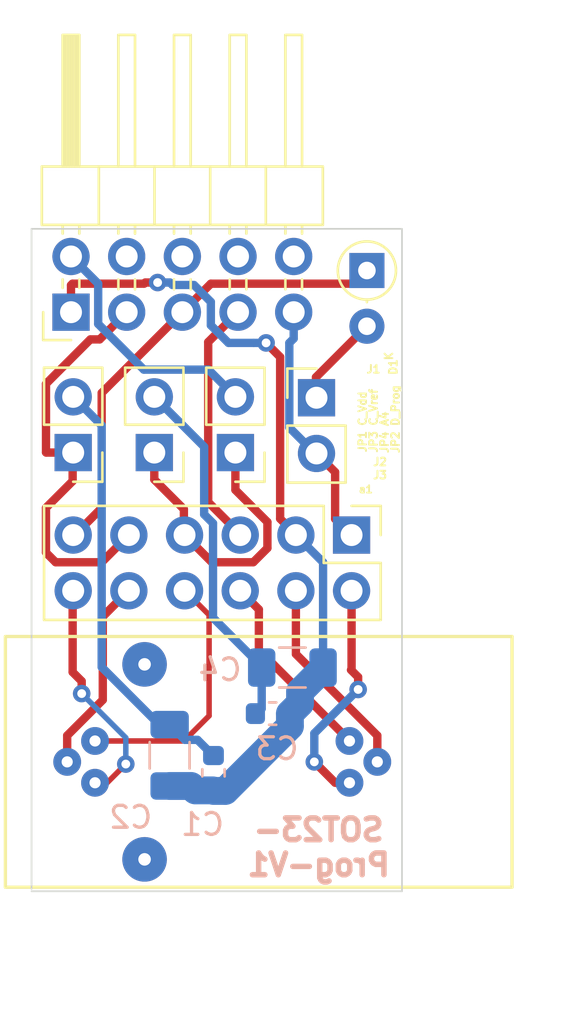
<source format=kicad_pcb>
(kicad_pcb (version 20221018) (generator pcbnew)
  (layers (0 "F.Cu" signal) (31 "B.Cu" signal) (34 "B.Paste" user) (35 "F.Paste" user) (36 "B.SilkS" user "B.Silkscreen") (37 "F.SilkS" user "F.Silkscreen") (38 "B.Mask" user) (39 "F.Mask" user) (44 "Edge.Cuts" user))
  (net 0 "")
  (net 1 "Net-(J1-Pad9)")
  (net 2 "Net-(J2-Padb1)")
  (net 3 "Net-(C1-Pad2)")
  (net 4 "Net-(J2-Padb2)")
  (net 5 "Net-(J1-Pad7)")
  (net 6 "Net-(J2-Padb3)")
  (net 7 "Net-(J2-Pada4)")
  (net 8 "Net-(J2-Padb4)")
  (net 9 "Net-(J1-Pad3)")
  (net 10 "Net-(J2-Padb5)")
  (net 11 "Net-(J2-Padb6)")
  (net 12 "Net-(D1-Pad2)")
  (net 13 "Net-(D1-Pad1)")
  (net 14 "Net-(J1-Pad2)")
  (net 15 "Net-(J1-Pad4)")
  (net 16 "Net-(J1-Pad6)")
  (net 17 "Net-(J1-Pad8)")
  (net 18 "Net-(J1-Pad10)")
  (net 19 "Net-(C1-Pad1)")
  (net 20 "Net-(C3-Pad1)")
  (footprint "Connector_PinHeader_2.54mm:PinHeader_1x02_P2.54mm_Vertical" (layer "F.Cu") (at 124.4 83.3 180)
    (fp_text reference "JP1 C_Vdd" (at -13.2 1.4 270) (layer "F.SilkS") (effects (font (size 0.348 0.348) (thickness 0.087))))
    (fp_text value "VDD_Cap")
    (fp_line (start -1.33 -1.33) (end 0 -1.33) (stroke (width 0.12)) (layer "F.SilkS"))
    (fp_line (start -1.33 0) (end -1.33 -1.33) (stroke (width 0.12)) (layer "F.SilkS"))
    (fp_line (start -1.33 1.27) (end -1.33 3.87) (stroke (width 0.12)) (layer "F.SilkS"))
    (fp_line (start -1.33 1.27) (end 1.33 1.27) (stroke (width 0.12)) (layer "F.SilkS"))
    (fp_line (start -1.33 3.87) (end 1.33 3.87) (stroke (width 0.12)) (layer "F.SilkS"))
    (fp_line (start 1.33 1.27) (end 1.33 3.87) (stroke (width 0.12)) (layer "F.SilkS"))
    (pad "1" thru_hole rect (at 0 0 180) (size 1.7 1.7) (drill 1) (layers "*.Cu" "*.Mask") (net 9 "Net-(J1-Pad3)"))
    (pad "2" thru_hole oval (at 0 2.54 180) (size 1.7 1.7) (drill 1) (layers "*.Cu" "*.Mask") (net 19 "Net-(C1-Pad1)"))
  )
  (footprint "Connector_PinHeader_2.54mm:PinHeader_1x02_P2.54mm_Vertical" (layer "F.Cu") (at 131.8 83.3 180)
    (fp_text reference "JP4 A4" (at -6.8 0.925 270) (layer "F.SilkS") (effects (font (size 0.354 0.354) (thickness 0.0885))))
    (fp_text value "Conn_a4")
    (fp_line (start -1.33 -1.33) (end 0 -1.33) (stroke (width 0.12)) (layer "F.SilkS"))
    (fp_line (start -1.33 0) (end -1.33 -1.33) (stroke (width 0.12)) (layer "F.SilkS"))
    (fp_line (start -1.33 1.27) (end -1.33 3.87) (stroke (width 0.12)) (layer "F.SilkS"))
    (fp_line (start -1.33 1.27) (end 1.33 1.27) (stroke (width 0.12)) (layer "F.SilkS"))
    (fp_line (start -1.33 3.87) (end 1.33 3.87) (stroke (width 0.12)) (layer "F.SilkS"))
    (fp_line (start 1.33 1.27) (end 1.33 3.87) (stroke (width 0.12)) (layer "F.SilkS"))
    (pad "1" thru_hole rect (at 0 0 180) (size 1.7 1.7) (drill 1) (layers "*.Cu" "*.Mask") (net 7 "Net-(J2-Pada4)"))
    (pad "2" thru_hole oval (at 0 2.54 180) (size 1.7 1.7) (drill 1) (layers "*.Cu" "*.Mask") (net 14 "Net-(J1-Pad2)"))
  )
  (footprint "Diode_THT:D_DO-35_SOD27_P2.54mm_Vertical_AnodeUp" (layer "F.Cu") (at 137.8 75 -90)
    (fp_text reference "D1" (at 4.4 -1.2 270) (layer "F.SilkS") (effects (font (size 0.354 0.354) (thickness 0.0885))))
    (fp_text value "DIODE")
    (fp_text user "K" (at 3.9 -1 270) (layer "F.SilkS") (effects (font (size 0.354 0.354) (thickness 0.0885))))
    (fp_line (start 1.326371 0) (end 1.44 0) (stroke (width 0.12)) (layer "F.SilkS"))
    (fp_circle (center 0 0) (end 1.326371 0) (stroke (width 0.12)) (fill none) (layer "F.SilkS"))
    (pad "1" thru_hole rect (at 0 0 270) (size 1.6 1.6) (drill 0.8) (layers "*.Cu" "*.Mask") (net 13 "Net-(D1-Pad1)"))
    (pad "2" thru_hole oval (at 2.54 0 270) (size 1.6 1.6) (drill 0.8) (layers "*.Cu" "*.Mask") (net 12 "Net-(D1-Pad2)"))
  )
  (footprint "Connector_PinHeader_2.54mm:PinHeader_1x02_P2.54mm_Vertical" (layer "F.Cu") (at 135.5 80.8)
    (fp_text reference "JP2 D_Prog" (at 3.6 0.975 90) (layer "F.SilkS") (effects (font (size 0.354 0.354) (thickness 0.0885))))
    (fp_text value "D_Prog")
    (fp_line (start -1.33 -1.33) (end 0 -1.33) (stroke (width 0.12)) (layer "F.SilkS"))
    (fp_line (start -1.33 0) (end -1.33 -1.33) (stroke (width 0.12)) (layer "F.SilkS"))
    (fp_line (start -1.33 1.27) (end -1.33 3.87) (stroke (width 0.12)) (layer "F.SilkS"))
    (fp_line (start -1.33 1.27) (end 1.33 1.27) (stroke (width 0.12)) (layer "F.SilkS"))
    (fp_line (start -1.33 3.87) (end 1.33 3.87) (stroke (width 0.12)) (layer "F.SilkS"))
    (fp_line (start 1.33 1.27) (end 1.33 3.87) (stroke (width 0.12)) (layer "F.SilkS"))
    (pad "1" thru_hole rect (at 0 0) (size 1.7 1.7) (drill 1) (layers "*.Cu" "*.Mask") (net 12 "Net-(D1-Pad2)"))
    (pad "2" thru_hole oval (at 0 2.54) (size 1.7 1.7) (drill 1) (layers "*.Cu" "*.Mask") (net 1 "Net-(J1-Pad9)"))
  )
  (footprint "Connector_PinHeader_2.54mm:PinHeader_2x05_P2.54mm_Horizontal" (layer "F.Cu") (at 124.3 76.9 90)
    (fp_text reference "J1" (at -2.6 13.8 180) (layer "F.SilkS") (effects (font (size 0.354 0.354) (thickness 0.0885))))
    (fp_text value "Conn_02x05_Odd_Even")
    (fp_line (start -1.27 -1.27) (end 0 -1.27) (stroke (width 0.12)) (layer "F.SilkS"))
    (fp_line (start -1.27 0) (end -1.27 -1.27) (stroke (width 0.12)) (layer "F.SilkS"))
    (fp_line (start 1.042929 2.16) (end 1.497071 2.16) (stroke (width 0.12)) (layer "F.SilkS"))
    (fp_line (start 1.042929 2.92) (end 1.497071 2.92) (stroke (width 0.12)) (layer "F.SilkS"))
    (fp_line (start 1.042929 4.7) (end 1.497071 4.7) (stroke (width 0.12)) (layer "F.SilkS"))
    (fp_line (start 1.042929 5.46) (end 1.497071 5.46) (stroke (width 0.12)) (layer "F.SilkS"))
    (fp_line (start 1.042929 7.24) (end 1.497071 7.24) (stroke (width 0.12)) (layer "F.SilkS"))
    (fp_line (start 1.042929 8) (end 1.497071 8) (stroke (width 0.12)) (layer "F.SilkS"))
    (fp_line (start 1.042929 9.78) (end 1.497071 9.78) (stroke (width 0.12)) (layer "F.SilkS"))
    (fp_line (start 1.042929 10.54) (end 1.497071 10.54) (stroke (width 0.12)) (layer "F.SilkS"))
    (fp_line (start 1.11 -0.38) (end 1.497071 -0.38) (stroke (width 0.12)) (layer "F.SilkS"))
    (fp_line (start 1.11 0.38) (end 1.497071 0.38) (stroke (width 0.12)) (layer "F.SilkS"))
    (fp_line (start 3.582929 -0.38) (end 3.98 -0.38) (stroke (width 0.12)) (layer "F.SilkS"))
    (fp_line (start 3.582929 0.38) (end 3.98 0.38) (stroke (width 0.12)) (layer "F.SilkS"))
    (fp_line (start 3.582929 2.16) (end 3.98 2.16) (stroke (width 0.12)) (layer "F.SilkS"))
    (fp_line (start 3.582929 2.92) (end 3.98 2.92) (stroke (width 0.12)) (layer "F.SilkS"))
    (fp_line (start 3.582929 4.7) (end 3.98 4.7) (stroke (width 0.12)) (layer "F.SilkS"))
    (fp_line (start 3.582929 5.46) (end 3.98 5.46) (stroke (width 0.12)) (layer "F.SilkS"))
    (fp_line (start 3.582929 7.24) (end 3.98 7.24) (stroke (width 0.12)) (layer "F.SilkS"))
    (fp_line (start 3.582929 8) (end 3.98 8) (stroke (width 0.12)) (layer "F.SilkS"))
    (fp_line (start 3.582929 9.78) (end 3.98 9.78) (stroke (width 0.12)) (layer "F.SilkS"))
    (fp_line (start 3.582929 10.54) (end 3.98 10.54) (stroke (width 0.12)) (layer "F.SilkS"))
    (fp_line (start 3.98 -1.33) (end 3.98 11.49) (stroke (width 0.12)) (layer "F.SilkS"))
    (fp_line (start 3.98 1.27) (end 6.64 1.27) (stroke (width 0.12)) (layer "F.SilkS"))
    (fp_line (start 3.98 3.81) (end 6.64 3.81) (stroke (width 0.12)) (layer "F.SilkS"))
    (fp_line (start 3.98 6.35) (end 6.64 6.35) (stroke (width 0.12)) (layer "F.SilkS"))
    (fp_line (start 3.98 8.89) (end 6.64 8.89) (stroke (width 0.12)) (layer "F.SilkS"))
    (fp_line (start 3.98 11.49) (end 6.64 11.49) (stroke (width 0.12)) (layer "F.SilkS"))
    (fp_line (start 6.64 -1.33) (end 3.98 -1.33) (stroke (width 0.12)) (layer "F.SilkS"))
    (fp_line (start 6.64 -0.38) (end 12.64 -0.38) (stroke (width 0.12)) (layer "F.SilkS"))
    (fp_line (start 6.64 -0.32) (end 12.64 -0.32) (stroke (width 0.12)) (layer "F.SilkS"))
    (fp_line (start 6.64 -0.2) (end 12.64 -0.2) (stroke (width 0.12)) (layer "F.SilkS"))
    (fp_line (start 6.64 -0.08) (end 12.64 -0.08) (stroke (width 0.12)) (layer "F.SilkS"))
    (fp_line (start 6.64 0.04) (end 12.64 0.04) (stroke (width 0.12)) (layer "F.SilkS"))
    (fp_line (start 6.64 0.16) (end 12.64 0.16) (stroke (width 0.12)) (layer "F.SilkS"))
    (fp_line (start 6.64 0.28) (end 12.64 0.28) (stroke (width 0.12)) (layer "F.SilkS"))
    (fp_line (start 6.64 2.16) (end 12.64 2.16) (stroke (width 0.12)) (layer "F.SilkS"))
    (fp_line (start 6.64 4.7) (end 12.64 4.7) (stroke (width 0.12)) (layer "F.SilkS"))
    (fp_line (start 6.64 7.24) (end 12.64 7.24) (stroke (width 0.12)) (layer "F.SilkS"))
    (fp_line (start 6.64 9.78) (end 12.64 9.78) (stroke (width 0.12)) (layer "F.SilkS"))
    (fp_line (start 6.64 11.49) (end 6.64 -1.33) (stroke (width 0.12)) (layer "F.SilkS"))
    (fp_line (start 12.64 -0.38) (end 12.64 0.38) (stroke (width 0.12)) (layer "F.SilkS"))
    (fp_line (start 12.64 0.38) (end 6.64 0.38) (stroke (width 0.12)) (layer "F.SilkS"))
    (fp_line (start 12.64 2.16) (end 12.64 2.92) (stroke (width 0.12)) (layer "F.SilkS"))
    (fp_line (start 12.64 2.92) (end 6.64 2.92) (stroke (width 0.12)) (layer "F.SilkS"))
    (fp_line (start 12.64 4.7) (end 12.64 5.46) (stroke (width 0.12)) (layer "F.SilkS"))
    (fp_line (start 12.64 5.46) (end 6.64 5.46) (stroke (width 0.12)) (layer "F.SilkS"))
    (fp_line (start 12.64 7.24) (end 12.64 8) (stroke (width 0.12)) (layer "F.SilkS"))
    (fp_line (start 12.64 8) (end 6.64 8) (stroke (width 0.12)) (layer "F.SilkS"))
    (fp_line (start 12.64 9.78) (end 12.64 10.54) (stroke (width 0.12)) (layer "F.SilkS"))
    (fp_line (start 12.64 10.54) (end 6.64 10.54) (stroke (width 0.12)) (layer "F.SilkS"))
    (pad "1" thru_hole rect (at 0 0 90) (size 1.7 1.7) (drill 1) (layers "*.Cu" "*.Mask") (net 3 "Net-(C1-Pad2)"))
    (pad "2" thru_hole oval (at 2.54 0 90) (size 1.7 1.7) (drill 1) (layers "*.Cu" "*.Mask") (net 14 "Net-(J1-Pad2)"))
    (pad "3" thru_hole oval (at 0 2.54 90) (size 1.7 1.7) (drill 1) (layers "*.Cu" "*.Mask") (net 9 "Net-(J1-Pad3)"))
    (pad "4" thru_hole oval (at 2.54 2.54 90) (size 1.7 1.7) (drill 1) (layers "*.Cu" "*.Mask") (net 15 "Net-(J1-Pad4)"))
    (pad "5" thru_hole oval (at 0 5.08 90) (size 1.7 1.7) (drill 1) (layers "*.Cu" "*.Mask") (net 13 "Net-(D1-Pad1)"))
    (pad "6" thru_hole oval (at 2.54 5.08 90) (size 1.7 1.7) (drill 1) (layers "*.Cu" "*.Mask") (net 16 "Net-(J1-Pad6)"))
    (pad "7" thru_hole oval (at 0 7.62 90) (size 1.7 1.7) (drill 1) (layers "*.Cu" "*.Mask") (net 5 "Net-(J1-Pad7)"))
    (pad "8" thru_hole oval (at 2.54 7.62 90) (size 1.7 1.7) (drill 1) (layers "*.Cu" "*.Mask") (net 17 "Net-(J1-Pad8)"))
    (pad "9" thru_hole oval (at 0 10.16 90) (size 1.7 1.7) (drill 1) (layers "*.Cu" "*.Mask") (net 1 "Net-(J1-Pad9)"))
    (pad "10" thru_hole oval (at 2.54 10.16 90) (size 1.7 1.7) (drill 1) (layers "*.Cu" "*.Mask") (net 18 "Net-(J1-Pad10)"))
  )
  (footprint "Connector_PinHeader_2.54mm:PinHeader_1x02_P2.54mm_Vertical" (layer "F.Cu") (at 128.1 83.3 180)
    (fp_text reference "JP3 C_Vref" (at -10 1.45 270) (layer "F.SilkS") (effects (font (size 0.354 0.354) (thickness 0.0885))))
    (fp_text value "Vref_Cap")
    (fp_line (start -1.33 -1.33) (end 0 -1.33) (stroke (width 0.12)) (layer "F.SilkS"))
    (fp_line (start -1.33 0) (end -1.33 -1.33) (stroke (width 0.12)) (layer "F.SilkS"))
    (fp_line (start -1.33 1.27) (end -1.33 3.87) (stroke (width 0.12)) (layer "F.SilkS"))
    (fp_line (start -1.33 1.27) (end 1.33 1.27) (stroke (width 0.12)) (layer "F.SilkS"))
    (fp_line (start -1.33 3.87) (end 1.33 3.87) (stroke (width 0.12)) (layer "F.SilkS"))
    (fp_line (start 1.33 1.27) (end 1.33 3.87) (stroke (width 0.12)) (layer "F.SilkS"))
    (pad "1" thru_hole rect (at 0 0 180) (size 1.7 1.7) (drill 1) (layers "*.Cu" "*.Mask") (net 7 "Net-(J2-Pada4)"))
    (pad "2" thru_hole oval (at 0 2.54 180) (size 1.7 1.7) (drill 1) (layers "*.Cu" "*.Mask") (net 20 "Net-(C3-Pad1)"))
  )
  (footprint "sot23-prog-v1:PinHeader_2x06_P2.54mm_Vertical_parallel_rows" (layer "F.Cu") (at 137.1 87.06 -90)
    (fp_text reference "J2" (at -3.335 -1.3) (layer "F.SilkS") (effects (font (size 0.354 0.354) (thickness 0.0885))))
    (fp_text value "Conn_02x06_Row_Letter_First")
    (fp_line (start -1.33 -1.33) (end 0 -1.33) (stroke (width 0.12)) (layer "F.SilkS"))
    (fp_line (start -1.33 0) (end -1.33 -1.33) (stroke (width 0.12)) (layer "F.SilkS"))
    (fp_line (start -1.33 1.27) (end -1.33 14.03) (stroke (width 0.12)) (layer "F.SilkS"))
    (fp_line (start -1.33 1.27) (end 1.27 1.27) (stroke (width 0.12)) (layer "F.SilkS"))
    (fp_line (start -1.33 14.03) (end 3.87 14.03) (stroke (width 0.12)) (layer "F.SilkS"))
    (fp_line (start 1.27 -1.33) (end 3.87 -1.33) (stroke (width 0.12)) (layer "F.SilkS"))
    (fp_line (start 1.27 1.27) (end 1.27 -1.33) (stroke (width 0.12)) (layer "F.SilkS"))
    (fp_line (start 3.87 -1.33) (end 3.87 14.03) (stroke (width 0.12)) (layer "F.SilkS"))
    (pad "a1" thru_hole rect (at 0 0 270) (size 1.7 1.7) (drill 1) (layers "*.Cu" "*.Mask") (net 1 "Net-(J1-Pad9)"))
    (pad "a2" thru_hole oval (at 0 2.54 270) (size 1.7 1.7) (drill 1) (layers "*.Cu" "*.Mask") (net 3 "Net-(C1-Pad2)"))
    (pad "a3" thru_hole oval (at 0 5.08 270) (size 1.7 1.7) (drill 1) (layers "*.Cu" "*.Mask") (net 5 "Net-(J1-Pad7)"))
    (pad "a4" thru_hole oval (at 0 7.62 270) (size 1.7 1.7) (drill 1) (layers "*.Cu" "*.Mask") (net 7 "Net-(J2-Pada4)"))
    (pad "a5" thru_hole oval (at 0 10.16 270) (size 1.7 1.7) (drill 1) (layers "*.Cu" "*.Mask") (net 9 "Net-(J1-Pad3)"))
    (pad "a6" thru_hole oval (at 0 12.7 270) (size 1.7 1.7) (drill 1) (layers "*.Cu" "*.Mask") (net 13 "Net-(D1-Pad1)"))
    (pad "b1" thru_hole oval (at 2.54 0 270) (size 1.7 1.7) (drill 1) (layers "*.Cu" "*.Mask") (net 2 "Net-(J2-Padb1)"))
    (pad "b2" thru_hole oval (at 2.54 2.54 270) (size 1.7 1.7) (drill 1) (layers "*.Cu" "*.Mask") (net 4 "Net-(J2-Padb2)"))
    (pad "b3" thru_hole oval (at 2.54 5.08 270) (size 1.7 1.7) (drill 1) (layers "*.Cu" "*.Mask") (net 6 "Net-(J2-Padb3)"))
    (pad "b4" thru_hole oval (at 2.54 7.62 270) (size 1.7 1.7) (drill 1) (layers "*.Cu" "*.Mask") (net 8 "Net-(J2-Padb4)"))
    (pad "b5" thru_hole oval (at 2.54 10.16 270) (size 1.7 1.7) (drill 1) (layers "*.Cu" "*.Mask") (net 10 "Net-(J2-Padb5)"))
    (pad "b6" thru_hole oval (at 2.54 12.7 270) (size 1.7 1.7) (drill 1) (layers "*.Cu" "*.Mask") (net 11 "Net-(J2-Padb6)"))
  )
  (footprint "sot23-prog-v1:wells-499-p44-20" (layer "F.Cu") (at 131.2 97.4 90)
    (fp_text reference "J3" (at 13.075 7.2 180) (layer "F.SilkS") (effects (font (size 0.354 0.354) (thickness 0.0885))))
    (fp_text value "Conn_02x03_Counter_Clockwise")
    (fp_line (start -5.715 -9.8933) (end 5.715 -9.8933) (stroke (width 0.15)) (layer "F.SilkS"))
    (fp_line (start -5.715 13.2207) (end -5.715 -9.8933) (stroke (width 0.15)) (layer "F.SilkS"))
    (fp_line (start 5.715 -9.8933) (end 5.715 13.2207) (stroke (width 0.15)) (layer "F.SilkS"))
    (fp_line (start 5.715 13.2207) (end -5.715 13.2207) (stroke (width 0.15)) (layer "F.SilkS"))
    (pad "" thru_hole circle (at -4.445 -3.5433 90) (size 2.032 2.032) (drill 0.5715) (layers "*.Cu" "*.Mask"))
    (pad "" thru_hole circle (at 4.445 -3.5433 90) (size 2.032 2.032) (drill 0.5715) (layers "*.Cu" "*.Mask"))
    (pad "1" thru_hole circle (at -0.9525 5.8039 90) (size 1.27 1.27) (drill 0.508) (layers "*.Cu" "*.Mask") (net 2 "Net-(J2-Padb1)"))
    (pad "2" thru_hole circle (at 0 7.0739 90) (size 1.27 1.27) (drill 0.508) (layers "*.Cu" "*.Mask") (net 4 "Net-(J2-Padb2)"))
    (pad "3" thru_hole circle (at 0.9525 5.8039 90) (size 1.27 1.27) (drill 0.508) (layers "*.Cu" "*.Mask") (net 6 "Net-(J2-Padb3)"))
    (pad "4" thru_hole circle (at 0.9525 -5.8039 90) (size 1.27 1.27) (drill 0.508) (layers "*.Cu" "*.Mask") (net 8 "Net-(J2-Padb4)"))
    (pad "5" thru_hole circle (at 0 -7.0739 90) (size 1.27 1.27) (drill 0.508) (layers "*.Cu" "*.Mask") (net 10 "Net-(J2-Padb5)"))
    (pad "6" thru_hole circle (at -0.9525 -5.8039 90) (size 1.27 1.27) (drill 0.508) (layers "*.Cu" "*.Mask") (net 11 "Net-(J2-Padb6)"))
  )
  (footprint "Capacitor_SMD:C_1206_3216Metric" (layer "B.Cu") (at 128.8 97.1 -90)
    (fp_text reference "C2" (at 2.825 1.775) (layer "B.SilkS") (effects (justify mirror)))
    (fp_text value "1uF")
    (fp_line (start -0.602064 -0.91) (end 0.602064 -0.91) (stroke (width 0.12)) (layer "B.SilkS"))
    (fp_line (start -0.602064 0.91) (end 0.602064 0.91) (stroke (width 0.12)) (layer "B.SilkS"))
    (pad "1" smd roundrect (at -1.4 0 270) (size 1.25 1.75) (layers "B.Cu" "B.Paste" "B.Mask") (roundrect_rratio 0.2) (net 19 "Net-(C1-Pad1)"))
    (pad "2" smd roundrect (at 1.4 0 270) (size 1.25 1.75) (layers "B.Cu" "B.Paste" "B.Mask") (roundrect_rratio 0.2) (net 3 "Net-(C1-Pad2)"))
  )
  (footprint "Capacitor_SMD:C_1206_3216Metric" (layer "B.Cu") (at 134.4 93.1)
    (fp_text reference "C4" (at -3.3 0.1) (layer "B.SilkS") (effects (justify mirror)))
    (fp_text value "1uF")
    (fp_line (start -0.602064 -0.91) (end 0.602064 -0.91) (stroke (width 0.12)) (layer "B.SilkS"))
    (fp_line (start -0.602064 0.91) (end 0.602064 0.91) (stroke (width 0.12)) (layer "B.SilkS"))
    (pad "1" smd roundrect (at -1.4 0) (size 1.25 1.75) (layers "B.Cu" "B.Paste" "B.Mask") (roundrect_rratio 0.2) (net 20 "Net-(C3-Pad1)"))
    (pad "2" smd roundrect (at 1.4 0) (size 1.25 1.75) (layers "B.Cu" "B.Paste" "B.Mask") (roundrect_rratio 0.2) (net 3 "Net-(C1-Pad2)"))
  )
  (footprint "Capacitor_SMD:C_0603_1608Metric" (layer "B.Cu") (at 130.8 97.9 -90)
    (fp_text reference "C1" (at 2.35 0.5) (layer "B.SilkS") (effects (justify mirror)))
    (fp_text value "100pF")
    (fp_line (start -0.162779 -0.51) (end 0.162779 -0.51) (stroke (width 0.12)) (layer "B.SilkS"))
    (fp_line (start -0.162779 0.51) (end 0.162779 0.51) (stroke (width 0.12)) (layer "B.SilkS"))
    (pad "1" smd roundrect (at -0.7875 0 270) (size 0.875 0.95) (layers "B.Cu" "B.Paste" "B.Mask") (net 19 "Net-(C1-Pad1)"))
    (pad "2" smd roundrect (at 0.7875 0 270) (size 0.875 0.95) (layers "B.Cu" "B.Paste" "B.Mask") (net 3 "Net-(C1-Pad2)"))
  )
  (footprint "Capacitor_SMD:C_0603_1608Metric" (layer "B.Cu") (at 133.5 95.2)
    (fp_text reference "C3" (at 0.2 1.6) (layer "B.SilkS") (effects (justify mirror)))
    (fp_text value "100pF")
    (fp_line (start -0.162779 -0.51) (end 0.162779 -0.51) (stroke (width 0.12)) (layer "B.SilkS"))
    (fp_line (start -0.162779 0.51) (end 0.162779 0.51) (stroke (width 0.12)) (layer "B.SilkS"))
    (pad "1" smd roundrect (at -0.7875 0) (size 0.875 0.95) (layers "B.Cu" "B.Paste" "B.Mask") (net 20 "Net-(C3-Pad1)"))
    (pad "2" smd roundrect (at 0.7875 0) (size 0.875 0.95) (layers "B.Cu" "B.Paste" "B.Mask") (net 3 "Net-(C1-Pad2)"))
  )
  (gr_line (start 122.5 73.1) (end 139.4 73.1) (stroke (width 0.0762)) (layer "Edge.Cuts"))
  (gr_line (start 122.5 103.3) (end 139.4 103.3) (stroke (width 0.0762)) (layer "Edge.Cuts"))
  (gr_line (start 122.5 73.1) (end 122.5 103.2) (stroke (width 0.0762)) (layer "Edge.Cuts"))
  (gr_line (start 139.4 73.1) (end 139.4 103.3) (stroke (width 0.0762)) (layer "Edge.Cuts"))
  (gr_text "SOT23-\nProg-V1" (at 135.6 101.3) (layer "B.SilkS") (effects (font (size 0.992 0.992) (thickness 0.248)) (justify mirror)))
  (gr_text "a1" (at 137.75 84.975) (layer "F.SilkS") (effects (font (size 0.3316 0.3316) (thickness 0.0829))))
  (segment (start 135.5 83.34) (end 136.349999 84.189999) (width 0.381) (layer "F.Cu") (net 1))
  (segment (start 136.349999 84.189999) (end 136.349999 86.324999) (width 0.381) (layer "F.Cu") (net 1))
  (segment (start 136.349999 86.324999) (end 137.15 87.125) (width 0.381) (layer "F.Cu") (net 1))
  (segment (start 134.259499 82.159499) (end 135.45 83.35) (width 0.381) (layer "B.Cu") (net 1))
  (segment (start 134.46 76.9) (end 134.46 78.102081) (width 0.381) (layer "B.Cu") (net 1))
  (segment (start 135.45 83.35) (end 135.475 83.35) (width 0.381) (layer "B.Cu") (net 1))
  (segment (start 134.46 78.102081) (end 134.259499 78.302582) (width 0.381) (layer "B.Cu") (net 1))
  (segment (start 134.259499 78.302582) (end 134.259499 82.159499) (width 0.381) (layer "B.Cu") (net 1))
  (segment (start 137.075 93.209315) (end 137.1 93.184315) (width 0.381) (layer "F.Cu") (net 2))
  (segment (start 137.0039 98.3525) (end 136.3525 98.3525) (width 0.381) (layer "F.Cu") (net 2))
  (segment (start 137.1 90.802081) (end 137.1 89.6) (width 0.381) (layer "F.Cu") (net 2))
  (segment (start 137.1 93.184315) (end 137.1 90.802081) (width 0.381) (layer "F.Cu") (net 2))
  (segment (start 137.4 93.534315) (end 137.075 93.209315) (width 0.381) (layer "F.Cu") (net 2))
  (segment (start 136.3525 98.3525) (end 135.4 97.4) (width 0.381) (layer "F.Cu") (net 2))
  (segment (start 137.4 94.1) (end 137.4 93.534315) (width 0.381) (layer "F.Cu") (net 2))
  (segment (start 137.4 90) (end 137 89.6) (width 0.25) (layer "F.Cu") (net 2))
  (via (at 137.4 94.1) (size 0.8) (drill 0.4) (layers "F.Cu" "B.Cu") (net 2))
  (via (at 135.4 97.4) (size 0.8) (drill 0.4) (layers "F.Cu" "B.Cu") (net 2))
  (segment (start 137.3 94.1) (end 137.4 94.1) (width 0.25) (layer "B.Cu") (net 2))
  (segment (start 137.4 94.1) (end 135.4 96.1) (width 0.381) (layer "B.Cu") (net 2))
  (segment (start 135.4 96.1) (end 135.4 97.4) (width 0.381) (layer "B.Cu") (net 2))
  (segment (start 124.3 75.669) (end 124.368499 75.600501) (width 0.381) (layer "F.Cu") (net 3))
  (segment (start 127.633814 75.600501) (end 127.686469 75.547846) (width 0.381) (layer "F.Cu") (net 3))
  (segment (start 133.84151 86.31651) (end 134.525 87) (width 0.381) (layer "F.Cu") (net 3))
  (segment (start 133.84151 78.94151) (end 133.84151 86.31651) (width 0.381) (layer "F.Cu") (net 3))
  (segment (start 133.2 78.3) (end 133.84151 78.94151) (width 0.381) (layer "F.Cu") (net 3))
  (segment (start 134.525 87.025) (end 134.575 87.075) (width 0.381) (layer "F.Cu") (net 3))
  (segment (start 124.3 76.9) (end 124.3 75.669) (width 0.381) (layer "F.Cu") (net 3))
  (segment (start 134.525 87) (end 134.525 87.025) (width 0.381) (layer "F.Cu") (net 3))
  (segment (start 124.368499 75.600501) (end 127.633814 75.600501) (width 0.381) (layer "F.Cu") (net 3))
  (segment (start 127.686469 75.547846) (end 128.252154 75.547846) (width 0.381) (layer "F.Cu") (net 3))
  (via (at 128.252154 75.547846) (size 0.8) (drill 0.4) (layers "F.Cu" "B.Cu") (net 3))
  (via (at 133.2 78.3) (size 0.8) (drill 0.4) (layers "F.Cu" "B.Cu") (net 3))
  (segment (start 134.749112 94.200888) (end 135.775 93.175) (width 1.27) (layer "B.Cu") (net 3))
  (segment (start 130.679499 76.429499) (end 130.679499 77.495441) (width 0.381) (layer "B.Cu") (net 3))
  (segment (start 135.800501 93.074499) (end 135.8 93.075) (width 0.381) (layer "B.Cu") (net 3))
  (segment (start 134.749112 94.738388) (end 134.749112 94.200888) (width 1.27) (layer "B.Cu") (net 3))
  (segment (start 135.800501 88.300501) (end 135.800501 93.074499) (width 0.381) (layer "B.Cu") (net 3))
  (segment (start 129.775 98.5) (end 129.975 98.7) (width 1.27) (layer "B.Cu") (net 3))
  (segment (start 128.252154 75.547846) (end 128.817839 75.547846) (width 0.381) (layer "B.Cu") (net 3))
  (segment (start 134.2875 95.2) (end 134.2875 95.775) (width 1.27) (layer "B.Cu") (net 3))
  (segment (start 131.484058 78.3) (end 132.634315 78.3) (width 0.381) (layer "B.Cu") (net 3))
  (segment (start 129.975 98.7) (end 130.775 98.7) (width 1.27) (layer "B.Cu") (net 3))
  (segment (start 128.929492 75.659499) (end 129.909499 75.659499) (width 0.381) (layer "B.Cu") (net 3))
  (segment (start 131.3375 98.725) (end 130.8 98.725) (width 1.27) (layer "B.Cu") (net 3))
  (segment (start 134.2875 95.2) (end 134.749112 94.738388) (width 1.27) (layer "B.Cu") (net 3))
  (segment (start 128.8 98.5) (end 129.775 98.5) (width 1.27) (layer "B.Cu") (net 3))
  (segment (start 134.2875 95.775) (end 131.3375 98.725) (width 1.27) (layer "B.Cu") (net 3))
  (segment (start 134.56 87.06) (end 135.800501 88.300501) (width 0.381) (layer "B.Cu") (net 3))
  (segment (start 128.817839 75.547846) (end 128.929492 75.659499) (width 0.381) (layer "B.Cu") (net 3))
  (segment (start 129.909499 75.659499) (end 130.679499 76.429499) (width 0.381) (layer "B.Cu") (net 3))
  (segment (start 132.634315 78.3) (end 133.2 78.3) (width 0.381) (layer "B.Cu") (net 3))
  (segment (start 130.679499 77.495441) (end 131.484058 78.3) (width 0.381) (layer "B.Cu") (net 3))
  (segment (start 138.275 96.200858) (end 138.275 97.425) (width 0.381) (layer "F.Cu") (net 4))
  (segment (start 134.56 92.485858) (end 138.275 96.200858) (width 0.381) (layer "F.Cu") (net 4))
  (segment (start 134.56 89.6) (end 134.56 92.485858) (width 0.381) (layer "F.Cu") (net 4))
  (segment (start 130.559499 78.260501) (end 130.559499 85.559499) (width 0.381) (layer "F.Cu") (net 5))
  (segment (start 131.92 76.9) (end 130.559499 78.260501) (width 0.381) (layer "F.Cu") (net 5))
  (segment (start 130.559499 85.559499) (end 132.025 87.025) (width 0.381) (layer "F.Cu") (net 5))
  (segment (start 132.02 89.6) (end 132.869999 90.449999) (width 0.381) (layer "F.Cu") (net 6))
  (segment (start 132.869999 90.449999) (end 132.869999 92.294999) (width 0.381) (layer "F.Cu") (net 6))
  (segment (start 132.869999 92.294999) (end 137.075 96.5) (width 0.381) (layer "F.Cu") (net 6))
  (segment (start 132.615441 88.300501) (end 130.725501 88.300501) (width 0.381) (layer "F.Cu") (net 7))
  (segment (start 133.260501 86.464559) (end 133.260501 87.655441) (width 0.381) (layer "F.Cu") (net 7))
  (segment (start 131.8 85.004058) (end 133.260501 86.464559) (width 0.381) (layer "F.Cu") (net 7))
  (segment (start 133.260501 87.655441) (end 132.615441 88.300501) (width 0.381) (layer "F.Cu") (net 7))
  (segment (start 130.725501 88.300501) (end 129.5 87.075) (width 0.381) (layer "F.Cu") (net 7))
  (segment (start 129.45 85.881) (end 129.45 87.075) (width 0.381) (layer "F.Cu") (net 7))
  (segment (start 131.8 83.3) (end 131.8 85.004058) (width 0.381) (layer "F.Cu") (net 7))
  (segment (start 128.1 83.3) (end 128.1 84.531) (width 0.381) (layer "F.Cu") (net 7))
  (segment (start 128.1 84.531) (end 129.45 85.881) (width 0.381) (layer "F.Cu") (net 7))
  (segment (start 130.6 90.7) (end 129.5 89.6) (width 0.25) (layer "F.Cu") (net 8))
  (segment (start 125.3961 96.4475) (end 129.4525 96.4475) (width 0.25) (layer "F.Cu") (net 8))
  (segment (start 129.4525 96.4475) (end 130.6 95.3) (width 0.25) (layer "F.Cu") (net 8))
  (segment (start 130.6 95.3) (end 130.6 90.7) (width 0.25) (layer "F.Cu") (net 8))
  (segment (start 123.159499 85.815501) (end 124.375 84.6) (width 0.381) (layer "F.Cu") (net 9))
  (segment (start 123.159499 87.859499) (end 123.159499 85.815501) (width 0.381) (layer "F.Cu") (net 9))
  (segment (start 123.169 83.3) (end 123.159499 83.290499) (width 0.381) (layer "F.Cu") (net 9))
  (segment (start 125.183557 78.140501) (end 125.609499 78.140501) (width 0.381) (layer "F.Cu") (net 9))
  (segment (start 124.4 83.3) (end 123.169 83.3) (width 0.381) (layer "F.Cu") (net 9))
  (segment (start 125.609499 78.140501) (end 126.85 76.9) (width 0.381) (layer "F.Cu") (net 9))
  (segment (start 126.94 87.06) (end 125.699499 88.300501) (width 0.381) (layer "F.Cu") (net 9))
  (segment (start 123.159499 83.290499) (end 123.159499 80.164559) (width 0.381) (layer "F.Cu") (net 9))
  (segment (start 123.159499 80.164559) (end 125.183557 78.140501) (width 0.381) (layer "F.Cu") (net 9))
  (segment (start 124.375 84.6) (end 124.375 83.3) (width 0.381) (layer "F.Cu") (net 9))
  (segment (start 125.699499 88.300501) (end 123.600501 88.300501) (width 0.381) (layer "F.Cu") (net 9))
  (segment (start 123.600501 88.300501) (end 123.159499 87.859499) (width 0.381) (layer "F.Cu") (net 9))
  (segment (start 124.1261 97.4) (end 124.1261 96.199758) (width 0.381) (layer "F.Cu") (net 10))
  (segment (start 124.1261 96.199758) (end 125.75 94.575858) (width 0.381) (layer "F.Cu") (net 10))
  (segment (start 125.75 94.575858) (end 125.75 90.775) (width 0.381) (layer "F.Cu") (net 10))
  (segment (start 125.75 90.775) (end 126.925 89.6) (width 0.381) (layer "F.Cu") (net 10))
  (segment (start 125.9475 98.3525) (end 126.8 97.5) (width 0.25) (layer "F.Cu") (net 11))
  (segment (start 124.787347 94.287347) (end 124.787347 93.721662) (width 0.381) (layer "F.Cu") (net 11))
  (segment (start 124.787347 93.721662) (end 124.375 93.309315) (width 0.381) (layer "F.Cu") (net 11))
  (segment (start 124.375 93.309315) (end 124.375 89.625) (width 0.381) (layer "F.Cu") (net 11))
  (segment (start 124.787347 89.987347) (end 124.4 89.6) (width 0.25) (layer "F.Cu") (net 11))
  (segment (start 125.3961 98.3525) (end 125.9475 98.3525) (width 0.25) (layer "F.Cu") (net 11))
  (via (at 124.787347 94.287347) (size 0.8) (drill 0.4) (layers "F.Cu" "B.Cu") (net 11))
  (via (at 126.8 97.5) (size 0.8) (drill 0.4) (layers "F.Cu" "B.Cu") (net 11))
  (segment (start 126.8 96.3) (end 124.787347 94.287347) (width 0.25) (layer "B.Cu") (net 11))
  (segment (start 126.8 97.5) (end 126.8 96.3) (width 0.25) (layer "B.Cu") (net 11))
  (segment (start 137.8 77.54) (end 135.475 79.865) (width 0.381) (layer "F.Cu") (net 12))
  (segment (start 135.475 79.865) (end 135.475 80.8) (width 0.381) (layer "F.Cu") (net 12))
  (segment (start 135.475 80.8) (end 135.5 80.825) (width 0.381) (layer "F.Cu") (net 12))
  (segment (start 125.699499 80.580501) (end 125.699499 85.825501) (width 0.381) (layer "F.Cu") (net 13))
  (segment (start 130.679499 75.600501) (end 137.249499 75.600501) (width 0.381) (layer "F.Cu") (net 13))
  (segment (start 129.38 76.9) (end 130.679499 75.600501) (width 0.381) (layer "F.Cu") (net 13))
  (segment (start 137.249499 75.600501) (end 137.85 75) (width 0.381) (layer "F.Cu") (net 13))
  (segment (start 129.38 76.9) (end 125.699499 80.580501) (width 0.381) (layer "F.Cu") (net 13))
  (segment (start 125.699499 85.825501) (end 124.375 87.15) (width 0.381) (layer "F.Cu") (net 13))
  (segment (start 127.623557 79.519499) (end 130.569499 79.519499) (width 0.381) (layer "B.Cu") (net 14))
  (segment (start 130.569499 79.519499) (end 131.85 80.8) (width 0.381) (layer "B.Cu") (net 14))
  (segment (start 125.540501 77.436443) (end 127.623557 79.519499) (width 0.381) (layer "B.Cu") (net 14))
  (segment (start 125.540501 75.600501) (end 125.540501 77.436443) (width 0.381) (layer "B.Cu") (net 14))
  (segment (start 124.3 74.36) (end 125.540501 75.600501) (width 0.381) (layer "B.Cu") (net 14))
  (segment (start 124.4 80.76) (end 125.699499 82.059499) (width 0.381) (layer "B.Cu") (net 19))
  (segment (start 128.420078 95.8) (end 128.775 95.8) (width 0.381) (layer "B.Cu") (net 19))
  (segment (start 129.49571 96.39571) (end 130.07071 96.39571) (width 0.381) (layer "B.Cu") (net 19))
  (segment (start 125.699499 93.079421) (end 128.420078 95.8) (width 0.381) (layer "B.Cu") (net 19))
  (segment (start 128.8 95.7) (end 129.49571 96.39571) (width 0.381) (layer "B.Cu") (net 19))
  (segment (start 125.699499 82.059499) (end 125.699499 93.079421) (width 0.381) (layer "B.Cu") (net 19))
  (segment (start 130.07071 96.39571) (end 130.8 97.125) (width 0.381) (layer "B.Cu") (net 19))
  (segment (start 132.975 93.025) (end 132.975 93.125) (width 0.381) (layer "B.Cu") (net 20))
  (segment (start 133 94.975) (end 132.75 95.225) (width 0.381) (layer "B.Cu") (net 20))
  (segment (start 130.779499 90.829499) (end 132.975 93.025) (width 0.381) (layer "B.Cu") (net 20))
  (segment (start 130.375 86.119058) (end 130.779499 86.523557) (width 0.381) (layer "B.Cu") (net 20))
  (segment (start 133 93.1) (end 133 94.975) (width 0.381) (layer "B.Cu") (net 20))
  (segment (start 128.1 80.76) (end 130.375 83.035) (width 0.381) (layer "B.Cu") (net 20))
  (segment (start 130.779499 86.523557) (end 130.779499 90.829499) (width 0.381) (layer "B.Cu") (net 20))
  (segment (start 130.375 83.035) (end 130.375 86.119058) (width 0.381) (layer "B.Cu") (net 20))
)
</source>
